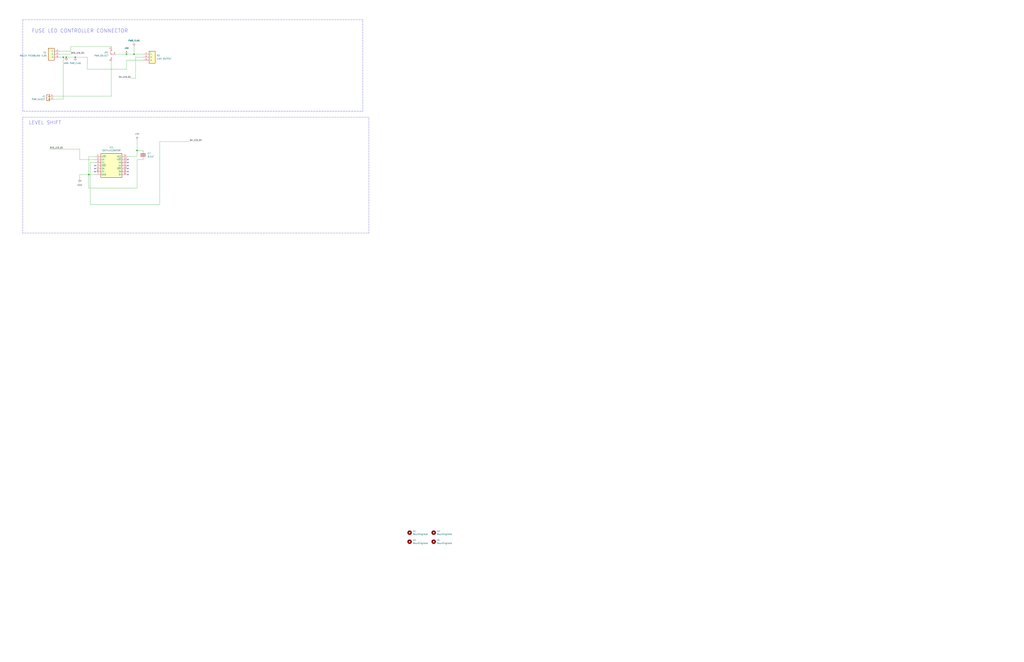
<source format=kicad_sch>
(kicad_sch (version 20230121) (generator eeschema)
  (paper "D")
  (title_block (title "FUSE LED Board") (date "2023-10-18") (rev "2") (company "Michael Kohler"))
  (lib_symbols
    (symbol "0532610371:0532610371" (pin_names (offset 1.016))
      (property "Reference" "P" (at -2.5469 5.7304 0))
      (property "Value" "0532610371" (at -2.5455 -7.6364 0))
      (symbol "0532610371_0_0"
        (rectangle (start -2.54 -5.08) (end 2.54 5.08) (stroke (width 0.254)) (fill (type background)))
        (pin passive line (at -7.62 2.54 0) (length 5.08) (name "1") (number "1"))
        (pin passive line (at -7.62 0 0) (length 5.08) (name "2") (number "2"))
        (pin passive line (at -7.62 -2.54 0) (length 5.08) (name "3") (number "3"))
      )
    )
    (symbol "Connector_Generic:Conn_01x02" (pin_names (offset 1.016) hide)
      (property "Reference" "J" (at 0 2.54 0))
      (property "Value" "Conn_01x02" (at 0 -5.08 0))
      (symbol "Conn_01x02_1_1"
        (rectangle (start -1.27 -2.413) (end 0 -2.667) (stroke (width 0.1524)))
        (rectangle (start -1.27 0.127) (end 0 -0.127) (stroke (width 0.1524)))
        (rectangle (start -1.27 1.27) (end 1.27 -3.81) (stroke (width 0.254)) (fill (type background)))
        (pin passive line (at -5.08 0 0) (length 3.81) (name "Pin_1") (number "1"))
        (pin passive line (at -5.08 -2.54 0) (length 3.81) (name "Pin_2") (number "2"))
      )
    )
    (symbol "Device:C" (pin_numbers hide) (pin_names (offset 0.254))
      (property "Reference" "C" (at 0.635 2.54 0))
      (property "Value" "C" (at 0.635 -2.54 0))
      (symbol "C_0_1"
        (polyline (pts (xy -2.032 -0.762) (xy 2.032 -0.762)) (stroke (width 0.508)))
        (polyline (pts (xy -2.032 0.762) (xy 2.032 0.762)) (stroke (width 0.508)))
      )
      (symbol "C_1_1"
        (pin passive line (at 0 3.81 270) (length 2.794) (name "~") (number "1"))
        (pin passive line (at 0 -3.81 90) (length 2.794) (name "~") (number "2"))
      )
    )
    (symbol "Jumper:Jumper_3_Bridged12" (pin_names (offset 0) hide)
      (property "Reference" "JP" (at -2.54 -2.54 0))
      (property "Value" "Jumper_3_Bridged12" (at 0 2.794 0))
      (symbol "Jumper_3_Bridged12_0_0"
        (circle (center -3.302 0) (radius 0.508))
        (circle (center 0 0) (radius 0.508))
        (circle (center 3.302 0) (radius 0.508))
      )
      (symbol "Jumper_3_Bridged12_0_1"
        (arc (start -0.254 0.508) (mid -1.651 0.9912) (end -3.048 0.508))
        (polyline (pts (xy 0 -1.27) (xy 0 -0.508)))
      )
      (symbol "Jumper_3_Bridged12_1_1"
        (pin passive line (at -6.35 0 0) (length 2.54) (name "A") (number "1"))
        (pin passive line (at 0 -3.81 90) (length 2.54) (name "C") (number "2"))
        (pin passive line (at 6.35 0 180) (length 2.54) (name "B") (number "3"))
      )
    )
    (symbol "Mechanical:MountingHole" (pin_names (offset 1.016))
      (property "Reference" "H" (at 0 5.08 0))
      (property "Value" "MountingHole" (at 0 3.175 0))
      (symbol "MountingHole_0_1"
        (circle (center 0 0) (radius 1.27) (stroke (width 1.27)))
      )
    )
    (symbol "SN74LV125ATDR:SN74LV125ATDR"
      (property "Reference" "IC" (at 24.13 7.62 0))
      (property "Value" "SN74LV125ATDR" (at 24.13 5.08 0))
      (symbol "SN74LV125ATDR_1_1"
        (rectangle (start 5.08 2.54) (end 22.86 -17.78) (stroke (width 0.254)) (fill (type background)))
        (pin passive line (at 0 0 0) (length 5.08) (name "1~{OE}") (number "1"))
        (pin passive line (at 27.94 -10.16 180) (length 5.08) (name "3~{OE}") (number "10"))
        (pin passive line (at 27.94 -7.62 180) (length 5.08) (name "4Y") (number "11"))
        (pin passive line (at 27.94 -5.08 180) (length 5.08) (name "4A") (number "12"))
        (pin passive line (at 27.94 -2.54 180) (length 5.08) (name "4~{OE}") (number "13"))
        (pin passive line (at 27.94 0 180) (length 5.08) (name "VCC") (number "14"))
        (pin passive line (at 0 -2.54 0) (length 5.08) (name "1A") (number "2"))
        (pin passive line (at 0 -5.08 0) (length 5.08) (name "1Y") (number "3"))
        (pin passive line (at 0 -7.62 0) (length 5.08) (name "2~{OE}") (number "4"))
        (pin passive line (at 0 -10.16 0) (length 5.08) (name "2A") (number "5"))
        (pin passive line (at 0 -12.7 0) (length 5.08) (name "2Y") (number "6"))
        (pin passive line (at 0 -15.24 0) (length 5.08) (name "GND") (number "7"))
        (pin passive line (at 27.94 -15.24 180) (length 5.08) (name "3Y") (number "8"))
        (pin passive line (at 27.94 -12.7 180) (length 5.08) (name "3A") (number "9"))
      )
    )
    (symbol "power:+5V" (power) (pin_names (offset 0))
      (property "Value" "+5V" (at 0 3.556 0))
      (symbol "+5V_0_1"
        (polyline (pts (xy -0.762 1.27) (xy 0 2.54)))
        (polyline (pts (xy 0 0) (xy 0 2.54)))
        (polyline (pts (xy 0 2.54) (xy 0.762 1.27)))
      )
      (symbol "+5V_1_1"
        (pin power_in line (at 0 0 90) (length 0) hide (name "+5V") (number "1"))
      )
    )
    (symbol "power:GND" (power) (pin_names (offset 0))
      (property "Value" "GND" (at 0 -3.81 0))
      (symbol "GND_0_1"
        (polyline (pts (xy 0 0) (xy 0 -1.27) (xy 1.27 -1.27) (xy 0 -2.54) (xy -1.27 -1.27) (xy 0 -1.27)))
      )
      (symbol "GND_1_1"
        (pin power_in line (at 0 0 270) (length 0) hide (name "GND") (number "1"))
      )
    )
    (symbol "power:PWR_FLAG" (power) (pin_numbers hide) (pin_names (offset 0) hide)
      (property "Value" "PWR_FLAG" (at 0 3.81 0))
      (symbol "PWR_FLAG_0_0"
        (pin power_out line (at 0 0 90) (length 0) (name "pwr") (number "1"))
      )
      (symbol "PWR_FLAG_0_1"
        (polyline (pts (xy 0 0) (xy 0 1.27) (xy -1.016 1.905) (xy 0 2.54) (xy 1.016 1.905) (xy 0 1.27)))
      )
    )
  )
  (junction (at 115.57 127))
  (junction (at 74.93 147.32))
  (junction (at 113.03 45.72))
  (junction (at 55.88 48.26))
  (junction (at 53.34 48.26))
  (junction (at 106.68 45.72))
  (junction (at 63.5 48.26))
  (no_connect (at 107.95 147.32))
  (no_connect (at 107.95 134.62))
  (no_connect (at 107.95 139.7))
  (no_connect (at 107.95 142.24))
  (no_connect (at 80.01 139.7))
  (no_connect (at 107.95 137.16))
  (no_connect (at 80.01 144.78))
  (no_connect (at 80.01 142.24))
  (no_connect (at 107.95 144.78))
  (wire (pts (xy 50.8 45.72) (xy 59.69 45.72)))
  (wire (pts (xy 67.31 147.32) (xy 67.31 151.13)))
  (wire (pts (xy 50.8 48.26) (xy 53.34 48.26)))
  (wire (pts (xy 106.68 58.42) (xy 106.68 50.8)))
  (wire (pts (xy 53.34 48.26) (xy 53.34 83.82)))
  (wire (pts (xy 93.98 52.07) (xy 93.98 81.28)))
  (wire (pts (xy 73.66 48.26) (xy 73.66 58.42)))
  (wire (pts (xy 74.93 158.75) (xy 115.57 158.75)))
  (wire (pts (xy 114.3 66.04) (xy 114.3 48.26)))
  (wire (pts (xy 115.57 134.62) (xy 120.65 134.62)))
  (wire (pts (xy 50.8 43.18) (xy 59.69 43.18)))
  (wire (pts (xy 76.2 137.16) (xy 76.2 172.72)))
  (wire (pts (xy 80.01 132.08) (xy 74.93 132.08)))
  (wire (pts (xy 115.57 134.62) (xy 115.57 158.75)))
  (wire (pts (xy 114.3 48.26) (xy 120.65 48.26)))
  (wire (pts (xy 115.57 127) (xy 115.57 118.11)))
  (wire (pts (xy 113.03 45.72) (xy 106.68 45.72)))
  (wire (pts (xy 74.93 147.32) (xy 67.31 147.32)))
  (wire (pts (xy 107.95 132.08) (xy 115.57 132.08)))
  (wire (pts (xy 106.68 50.8) (xy 120.65 50.8)))
  (wire (pts (xy 59.69 43.18) (xy 59.69 39.37)))
  (wire (pts (xy 134.62 119.38) (xy 160.02 119.38)))
  (wire (pts (xy 55.88 48.26) (xy 63.5 48.26)))
  (wire (pts (xy 74.93 147.32) (xy 74.93 158.75)))
  (wire (pts (xy 80.01 137.16) (xy 76.2 137.16)))
  (wire (pts (xy 53.34 48.26) (xy 55.88 48.26)))
  (wire (pts (xy 74.93 132.08) (xy 74.93 147.32)))
  (wire (pts (xy 134.62 172.72) (xy 134.62 119.38)))
  (wire (pts (xy 113.03 39.37) (xy 113.03 45.72)))
  (wire (pts (xy 63.5 48.26) (xy 73.66 48.26)))
  (wire (pts (xy 45.72 81.28) (xy 93.98 81.28)))
  (wire (pts (xy 67.31 134.62) (xy 67.31 125.73)))
  (wire (pts (xy 115.57 132.08) (xy 115.57 127)))
  (wire (pts (xy 41.91 125.73) (xy 67.31 125.73)))
  (wire (pts (xy 80.01 147.32) (xy 74.93 147.32)))
  (wire (pts (xy 80.01 134.62) (xy 67.31 134.62)))
  (wire (pts (xy 110.49 66.04) (xy 114.3 66.04)))
  (wire (pts (xy 73.66 58.42) (xy 106.68 58.42)))
  (wire (pts (xy 76.2 172.72) (xy 134.62 172.72)))
  (wire (pts (xy 115.57 127) (xy 120.65 127)))
  (wire (pts (xy 59.69 39.37) (xy 93.98 39.37)))
  (wire (pts (xy 45.72 83.82) (xy 53.34 83.82)))
  (wire (pts (xy 97.79 45.72) (xy 106.68 45.72)))
  (wire (pts (xy 113.03 45.72) (xy 120.65 45.72)))
  (rectangle (start 19.05 16.51) (end 306.07 93.98) (stroke (width 0) (type dash)))
  (rectangle (start 19.05 99.06) (end 311.15 196.85) (stroke (width 0) (type dash)))
  (text "FUSE LED CONTROLLER CONNECTOR\n" (at 26.67 27.94 0) (effects (font (size 3 3)) (justify left bottom)))
  (text "LEVEL SHIFT" (at 24.13 105.41 0) (effects (font (size 3 3)) (justify left bottom)))
  (label "5V_LED_01" (at 110.49 66.04 180))
  (label "3V3_LED_01" (at 41.91 125.73 0))
  (label "5V_LED_01" (at 160.02 119.38 0))
  (label "3V3_LED_01" (at 59.69 45.72 0))
  (symbol (lib_id "power:GND") (at 55.88 48.26 0) (unit 1)
    (property "Reference" "#PWR014" (effects hide))
    (property "Value" "GND" (at 55.88 53.34 0))
  )
  (symbol (lib_id "Connector_Generic:Conn_01x02") (at 40.64 81.28 0) (mirror y) (unit 1)
    (property "Reference" "J1" (at 38.1 81.28 0) (effects (justify left)))
    (property "Value" "PWR_INJECT" (at 38.1 83.82 0) (effects (justify left)))
    (property "Footprint" "Connector_PinHeader_2.54mm:PinHeader_1x02_P2.54mm_Horizontal" (effects hide))
  )
  (symbol (lib_id "Mechanical:MountingHole") (at 365.76 449.58 0) (unit 1)
    (property "Reference" "H2" (at 368.3 448.31 0) (effects (justify left)))
    (property "Value" "MountingHole" (at 368.3 450.85 0) (effects (justify left)))
    (property "Footprint" "MountingHole:MountingHole_3.2mm_M3" (effects hide))
  )
  (symbol (lib_id "power:PWR_FLAG") (at 63.5 48.26 180) (unit 1)
    (property "Reference" "#FLG02" (effects hide))
    (property "Value" "PWR_FLAG" (at 63.5 53.34 0))
  )
  (symbol (lib_id "power:PWR_FLAG") (at 113.03 39.37 0) (unit 1)
    (property "Reference" "#FLG01" (effects hide))
    (property "Value" "PWR_FLAG" (at 113.03 34.29 0))
  )
  (symbol (lib_id "Jumper:Jumper_3_Bridged12") (at 93.98 45.72 90) (mirror x) (unit 1)
    (property "Reference" "JP1" (at 91.44 44.45 90) (effects (justify left)))
    (property "Value" "PWR_SELECT" (at 91.44 46.99 90) (effects (justify left)))
    (property "Footprint" "Jumper:SolderJumper-3_P2.0mm_Open_TrianglePad1.0x1.5mm_NumberLabels" (effects hide))
  )
  (symbol (lib_id "0532610371:0532610371") (at 128.27 48.26 0) (unit 1)
    (property "Reference" "P2" (at 132.08 46.99 0) (effects (justify left)))
    (property "Value" "LINK OUTPUT" (at 132.08 49.53 0) (effects (justify left)))
    (property "Footprint" "Connector_PinSocket_2.54mm:PinSocket_1x03_P2.54mm_Horizontal" (effects hide))
    (property "MANUFACTURER" "Molex" (effects hide))
  )
  (symbol (lib_id "power:+5V") (at 115.57 118.11 0) (unit 1)
    (property "Reference" "#PWR027" (effects hide))
    (property "Value" "+5V" (at 115.57 113.03 0))
  )
  (symbol (lib_id "Device:C") (at 120.65 130.81 0) (unit 1)
    (property "Reference" "C7" (at 124.46 129.54 0) (effects (justify left)))
    (property "Value" "0.1uF" (at 124.46 132.08 0) (effects (justify left)))
    (property "Footprint" "Capacitor_SMD:C_0805_2012Metric_Pad1.18x1.45mm_HandSolder" (effects hide))
  )
  (symbol (lib_id "Mechanical:MountingHole") (at 365.76 457.2 0) (unit 1)
    (property "Reference" "H4" (at 368.3 455.93 0) (effects (justify left)))
    (property "Value" "MountingHole" (at 368.3 458.47 0) (effects (justify left)))
    (property "Footprint" "MountingHole:MountingHole_3.2mm_M3" (effects hide))
  )
  (symbol (lib_id "power:+5V") (at 106.68 45.72 0) (unit 1)
    (property "Reference" "#PWR06" (effects hide))
    (property "Value" "+5V" (at 106.68 40.64 0))
  )
  (symbol (lib_id "Mechanical:MountingHole") (at 345.44 457.2 0) (unit 1)
    (property "Reference" "H3" (at 347.98 455.93 0) (effects (justify left)))
    (property "Value" "MountingHole" (at 347.98 458.47 0) (effects (justify left)))
    (property "Footprint" "MountingHole:MountingHole_3.2mm_M3" (effects hide))
  )
  (symbol (lib_id "Mechanical:MountingHole") (at 345.44 449.58 0) (unit 1)
    (property "Reference" "H1" (at 347.98 448.31 0) (effects (justify left)))
    (property "Value" "MountingHole" (at 347.98 450.85 0) (effects (justify left)))
    (property "Footprint" "MountingHole:MountingHole_3.2mm_M3" (effects hide))
  )
  (symbol (lib_id "0532610371:0532610371") (at 43.18 45.72 0) (mirror y) (unit 1)
    (property "Reference" "P1" (at 39.37 44.45 0) (effects (justify left)))
    (property "Value" "MOLEX PICOBLADE 1.25" (at 39.37 46.99 0) (effects (justify left)))
    (property "Footprint" "Connector_Molex:Molex_PicoBlade_53261-0371_1x03-1MP_P1.25mm_Horizontal" (effects hide))
    (property "MANUFACTURER" "Molex" (effects hide))
  )
  (symbol (lib_id "power:GND") (at 67.31 151.13 0) (unit 1)
    (property "Reference" "#PWR026" (effects hide))
    (property "Value" "GND" (at 67.31 156.21 0))
  )
  (symbol (lib_id "SN74LV125ATDR:SN74LV125ATDR") (at 80.01 132.08 0) (unit 1)
    (property "Reference" "IC1" (at 93.98 124.46 0))
    (property "Value" "SN74LV125ATDR" (at 93.98 127 0))
    (property "Footprint" "SOIC127P600X175-14N" (effects hide))
    (property "Datasheet" "http://www.ti.com/lit/gpn/sn74lv125at" (effects hide))
    (property "Height" "1.75" (effects hide))
    (property "Mouser Part Number" "595-SN74LV125ATDR" (effects hide))
    (property "Mouser Price/Stock" "https://www.mouser.co.uk/ProductDetail/Texas-Instruments/SN74LV125ATDR?qs=VnWRSnLxLU2cn2%2Fja0u5CA%3D%3D" (effects hide))
    (property "Manufacturer_Name" "Texas Instruments" (effects hide))
    (property "Manufacturer_Part_Number" "SN74LV125ATDR" (effects hide))
  )
)
</source>
